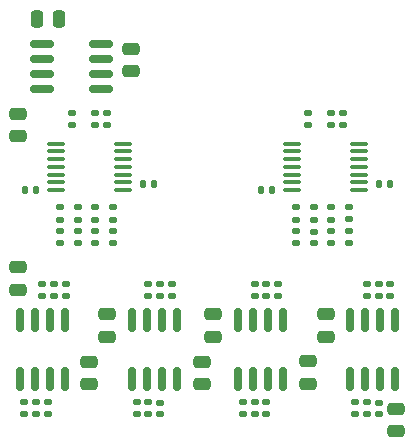
<source format=gbr>
%TF.GenerationSoftware,KiCad,Pcbnew,8.0.3-8.0.3-0~ubuntu22.04.1*%
%TF.CreationDate,2024-07-15T21:37:19+02:00*%
%TF.ProjectId,MT2AO8,4d543241-4f38-42e6-9b69-6361645f7063,rev?*%
%TF.SameCoordinates,Original*%
%TF.FileFunction,Soldermask,Top*%
%TF.FilePolarity,Negative*%
%FSLAX46Y46*%
G04 Gerber Fmt 4.6, Leading zero omitted, Abs format (unit mm)*
G04 Created by KiCad (PCBNEW 8.0.3-8.0.3-0~ubuntu22.04.1) date 2024-07-15 21:37:19*
%MOMM*%
%LPD*%
G01*
G04 APERTURE LIST*
G04 Aperture macros list*
%AMRoundRect*
0 Rectangle with rounded corners*
0 $1 Rounding radius*
0 $2 $3 $4 $5 $6 $7 $8 $9 X,Y pos of 4 corners*
0 Add a 4 corners polygon primitive as box body*
4,1,4,$2,$3,$4,$5,$6,$7,$8,$9,$2,$3,0*
0 Add four circle primitives for the rounded corners*
1,1,$1+$1,$2,$3*
1,1,$1+$1,$4,$5*
1,1,$1+$1,$6,$7*
1,1,$1+$1,$8,$9*
0 Add four rect primitives between the rounded corners*
20,1,$1+$1,$2,$3,$4,$5,0*
20,1,$1+$1,$4,$5,$6,$7,0*
20,1,$1+$1,$6,$7,$8,$9,0*
20,1,$1+$1,$8,$9,$2,$3,0*%
G04 Aperture macros list end*
%ADD10RoundRect,0.140000X0.170000X-0.140000X0.170000X0.140000X-0.170000X0.140000X-0.170000X-0.140000X0*%
%ADD11RoundRect,0.135000X-0.185000X0.135000X-0.185000X-0.135000X0.185000X-0.135000X0.185000X0.135000X0*%
%ADD12RoundRect,0.135000X0.185000X-0.135000X0.185000X0.135000X-0.185000X0.135000X-0.185000X-0.135000X0*%
%ADD13RoundRect,0.140000X0.140000X0.170000X-0.140000X0.170000X-0.140000X-0.170000X0.140000X-0.170000X0*%
%ADD14RoundRect,0.250000X-0.475000X0.250000X-0.475000X-0.250000X0.475000X-0.250000X0.475000X0.250000X0*%
%ADD15RoundRect,0.150000X0.825000X0.150000X-0.825000X0.150000X-0.825000X-0.150000X0.825000X-0.150000X0*%
%ADD16RoundRect,0.100000X-0.637500X-0.100000X0.637500X-0.100000X0.637500X0.100000X-0.637500X0.100000X0*%
%ADD17RoundRect,0.150000X0.150000X-0.825000X0.150000X0.825000X-0.150000X0.825000X-0.150000X-0.825000X0*%
%ADD18RoundRect,0.250000X0.475000X-0.250000X0.475000X0.250000X-0.475000X0.250000X-0.475000X-0.250000X0*%
%ADD19RoundRect,0.250000X-0.250000X-0.475000X0.250000X-0.475000X0.250000X0.475000X-0.250000X0.475000X0*%
%ADD20RoundRect,0.140000X-0.140000X-0.170000X0.140000X-0.170000X0.140000X0.170000X-0.140000X0.170000X0*%
G04 APERTURE END LIST*
D10*
%TO.C,C18*%
X163000000Y-96480000D03*
X163000000Y-95520000D03*
%TD*%
D11*
%TO.C,R22*%
X162500000Y-85480000D03*
X162500000Y-86500000D03*
%TD*%
D12*
%TO.C,R18*%
X135500000Y-111010000D03*
X135500000Y-109990000D03*
%TD*%
D13*
%TO.C,C1*%
X136480000Y-92000000D03*
X135520000Y-92000000D03*
%TD*%
D11*
%TO.C,R24*%
X158500000Y-93490000D03*
X158500000Y-94510000D03*
%TD*%
%TO.C,R21*%
X161500000Y-85490000D03*
X161500000Y-86510000D03*
%TD*%
D14*
%TO.C,C10*%
X141000000Y-106550000D03*
X141000000Y-108450000D03*
%TD*%
D12*
%TO.C,R37*%
X154000000Y-111010000D03*
X154000000Y-109990000D03*
%TD*%
D14*
%TO.C,C9*%
X135000000Y-98550000D03*
X135000000Y-100450000D03*
%TD*%
D11*
%TO.C,R1*%
X139500000Y-85530000D03*
X139500000Y-86550000D03*
%TD*%
D15*
%TO.C,U4*%
X141975000Y-83500000D03*
X141975000Y-82230000D03*
X141975000Y-80960000D03*
X141975000Y-79690000D03*
X137025000Y-79690000D03*
X137025000Y-80960000D03*
X137025000Y-82230000D03*
X137025000Y-83500000D03*
%TD*%
D12*
%TO.C,R11*%
X145000000Y-111010000D03*
X145000000Y-109990000D03*
%TD*%
%TO.C,R25*%
X164500000Y-111010000D03*
X164500000Y-109990000D03*
%TD*%
D13*
%TO.C,C14*%
X156480000Y-92000000D03*
X155520000Y-92000000D03*
%TD*%
D12*
%TO.C,R6*%
X146000000Y-111000000D03*
X146000000Y-109980000D03*
%TD*%
D16*
%TO.C,U5*%
X158137500Y-88100000D03*
X158137500Y-88750000D03*
X158137500Y-89400000D03*
X158137500Y-90050000D03*
X158137500Y-90700000D03*
X158137500Y-91350000D03*
X158137500Y-92000000D03*
X163862500Y-92000000D03*
X163862500Y-91350000D03*
X163862500Y-90700000D03*
X163862500Y-90050000D03*
X163862500Y-89400000D03*
X163862500Y-88750000D03*
X163862500Y-88100000D03*
%TD*%
D11*
%TO.C,R17*%
X139000000Y-100000000D03*
X139000000Y-101020000D03*
%TD*%
D17*
%TO.C,U7*%
X153595000Y-108000000D03*
X154865000Y-108000000D03*
X156135000Y-108000000D03*
X157405000Y-108000000D03*
X157405000Y-103050000D03*
X156135000Y-103050000D03*
X154865000Y-103050000D03*
X153595000Y-103050000D03*
%TD*%
D18*
%TO.C,C3*%
X142500000Y-104450000D03*
X142500000Y-102550000D03*
%TD*%
D11*
%TO.C,R2*%
X141500000Y-85520000D03*
X141500000Y-86540000D03*
%TD*%
D10*
%TO.C,C5*%
X143000000Y-96480000D03*
X143000000Y-95520000D03*
%TD*%
D11*
%TO.C,R34*%
X156000000Y-99990000D03*
X156000000Y-101010000D03*
%TD*%
%TO.C,R5*%
X141500000Y-93490000D03*
X141500000Y-94510000D03*
%TD*%
D10*
%TO.C,C6*%
X141500000Y-96480000D03*
X141500000Y-95520000D03*
%TD*%
D11*
%TO.C,R31*%
X164500000Y-99990000D03*
X164500000Y-101010000D03*
%TD*%
%TO.C,R10*%
X148000000Y-99990000D03*
X148000000Y-101010000D03*
%TD*%
D14*
%TO.C,C13*%
X135000000Y-85550000D03*
X135000000Y-87450000D03*
%TD*%
D19*
%TO.C,C12*%
X136550000Y-77500000D03*
X138450000Y-77500000D03*
%TD*%
D11*
%TO.C,R15*%
X138000000Y-99990000D03*
X138000000Y-101010000D03*
%TD*%
D12*
%TO.C,R16*%
X137500000Y-111000000D03*
X137500000Y-109980000D03*
%TD*%
D10*
%TO.C,C21*%
X160000000Y-96500000D03*
X160000000Y-95540000D03*
%TD*%
D11*
%TO.C,R36*%
X157000000Y-99990000D03*
X157000000Y-101010000D03*
%TD*%
D14*
%TO.C,C17*%
X159500000Y-106500000D03*
X159500000Y-108400000D03*
%TD*%
D18*
%TO.C,C23*%
X167000000Y-112450000D03*
X167000000Y-110550000D03*
%TD*%
%TO.C,C16*%
X151500000Y-104450000D03*
X151500000Y-102550000D03*
%TD*%
D11*
%TO.C,R26*%
X165500000Y-99990000D03*
X165500000Y-101010000D03*
%TD*%
%TO.C,R13*%
X138500000Y-93490000D03*
X138500000Y-94510000D03*
%TD*%
%TO.C,R20*%
X159500000Y-85510000D03*
X159500000Y-86530000D03*
%TD*%
D12*
%TO.C,R35*%
X156000000Y-111010000D03*
X156000000Y-109990000D03*
%TD*%
D17*
%TO.C,U2*%
X144595000Y-107975000D03*
X145865000Y-107975000D03*
X147135000Y-107975000D03*
X148405000Y-107975000D03*
X148405000Y-103025000D03*
X147135000Y-103025000D03*
X145865000Y-103025000D03*
X144595000Y-103025000D03*
%TD*%
D11*
%TO.C,R27*%
X161500000Y-93490000D03*
X161500000Y-94510000D03*
%TD*%
D16*
%TO.C,U1*%
X138137500Y-88100000D03*
X138137500Y-88750000D03*
X138137500Y-89400000D03*
X138137500Y-90050000D03*
X138137500Y-90700000D03*
X138137500Y-91350000D03*
X138137500Y-92000000D03*
X143862500Y-92000000D03*
X143862500Y-91350000D03*
X143862500Y-90700000D03*
X143862500Y-90050000D03*
X143862500Y-89400000D03*
X143862500Y-88750000D03*
X143862500Y-88100000D03*
%TD*%
D11*
%TO.C,R29*%
X166500000Y-99990000D03*
X166500000Y-101010000D03*
%TD*%
D10*
%TO.C,C8*%
X138500000Y-96480000D03*
X138500000Y-95520000D03*
%TD*%
D12*
%TO.C,R14*%
X136500000Y-111010000D03*
X136500000Y-109990000D03*
%TD*%
D11*
%TO.C,R12*%
X146000000Y-99990000D03*
X146000000Y-101010000D03*
%TD*%
D18*
%TO.C,C22*%
X161000000Y-104450000D03*
X161000000Y-102550000D03*
%TD*%
D12*
%TO.C,R30*%
X163500000Y-111010000D03*
X163500000Y-109990000D03*
%TD*%
D11*
%TO.C,R8*%
X140000000Y-93490000D03*
X140000000Y-94510000D03*
%TD*%
%TO.C,R19*%
X137000000Y-99990000D03*
X137000000Y-101010000D03*
%TD*%
D10*
%TO.C,C19*%
X158500000Y-96480000D03*
X158500000Y-95520000D03*
%TD*%
D11*
%TO.C,R4*%
X143000000Y-93490000D03*
X143000000Y-94510000D03*
%TD*%
D14*
%TO.C,C11*%
X144500000Y-80050000D03*
X144500000Y-81950000D03*
%TD*%
D10*
%TO.C,C20*%
X161500000Y-96480000D03*
X161500000Y-95520000D03*
%TD*%
D11*
%TO.C,R38*%
X155000000Y-99990000D03*
X155000000Y-101010000D03*
%TD*%
%TO.C,R23*%
X163000000Y-93480000D03*
X163000000Y-94500000D03*
%TD*%
%TO.C,R3*%
X142500000Y-85530000D03*
X142500000Y-86550000D03*
%TD*%
D10*
%TO.C,R9*%
X147000000Y-110980000D03*
X147000000Y-110020000D03*
%TD*%
D14*
%TO.C,C4*%
X150500000Y-106550000D03*
X150500000Y-108450000D03*
%TD*%
D12*
%TO.C,R33*%
X155000000Y-111010000D03*
X155000000Y-109990000D03*
%TD*%
D10*
%TO.C,C7*%
X140000000Y-96480000D03*
X140000000Y-95520000D03*
%TD*%
%TO.C,R28*%
X165500000Y-110980000D03*
X165500000Y-110020000D03*
%TD*%
D17*
%TO.C,U6*%
X163095000Y-108000000D03*
X164365000Y-108000000D03*
X165635000Y-108000000D03*
X166905000Y-108000000D03*
X166905000Y-103050000D03*
X165635000Y-103050000D03*
X164365000Y-103050000D03*
X163095000Y-103050000D03*
%TD*%
D20*
%TO.C,C2*%
X145520000Y-91500000D03*
X146480000Y-91500000D03*
%TD*%
D17*
%TO.C,U3*%
X135095000Y-107975000D03*
X136365000Y-107975000D03*
X137635000Y-107975000D03*
X138905000Y-107975000D03*
X138905000Y-103025000D03*
X137635000Y-103025000D03*
X136365000Y-103025000D03*
X135095000Y-103025000D03*
%TD*%
D20*
%TO.C,C15*%
X165520000Y-91500000D03*
X166480000Y-91500000D03*
%TD*%
D11*
%TO.C,R7*%
X147000000Y-99990000D03*
X147000000Y-101010000D03*
%TD*%
%TO.C,R32*%
X160000000Y-93490000D03*
X160000000Y-94510000D03*
%TD*%
M02*

</source>
